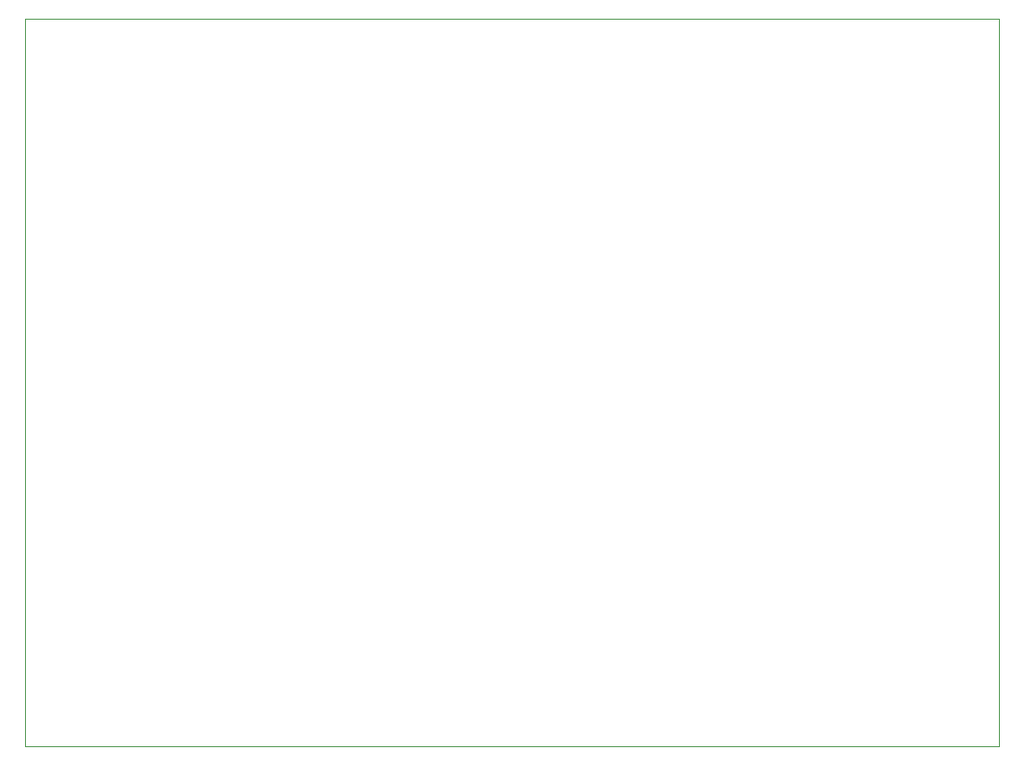
<source format=gbr>
G04 #@! TF.FileFunction,Profile,NP*
%FSLAX46Y46*%
G04 Gerber Fmt 4.6, Leading zero omitted, Abs format (unit mm)*
G04 Created by KiCad (PCBNEW (2016-05-27 BZR 6836, Git 4441a4b)-product) date 09/13/16 14:21:55*
%MOMM*%
%LPD*%
G01*
G04 APERTURE LIST*
%ADD10C,0.100000*%
G04 APERTURE END LIST*
D10*
X103584000Y-64700000D02*
X195786000Y-64700000D01*
X103632000Y-133604000D02*
X103584000Y-64700000D01*
X195834000Y-133604000D02*
X103632000Y-133604000D01*
X195834000Y-64700000D02*
X195834000Y-133604000D01*
M02*

</source>
